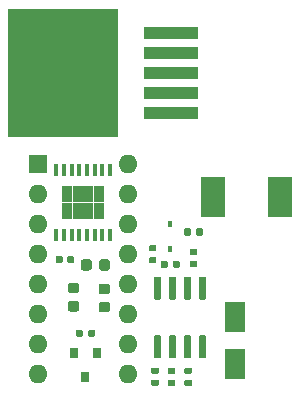
<source format=gbr>
%TF.GenerationSoftware,KiCad,Pcbnew,5.1.5+dfsg1-2build2*%
%TF.CreationDate,2022-09-06T14:28:28-04:00*%
%TF.ProjectId,salt_replacement,73616c74-5f72-4657-906c-6163656d656e,1.1.0*%
%TF.SameCoordinates,Original*%
%TF.FileFunction,Soldermask,Top*%
%TF.FilePolarity,Negative*%
%FSLAX46Y46*%
G04 Gerber Fmt 4.6, Leading zero omitted, Abs format (unit mm)*
G04 Created by KiCad (PCBNEW 5.1.5+dfsg1-2build2) date 2022-09-06 14:28:28*
%MOMM*%
%LPD*%
G04 APERTURE LIST*
%ADD10R,1.600000X1.600000*%
%ADD11O,1.600000X1.600000*%
%ADD12R,2.000000X3.400000*%
%ADD13R,0.800000X0.900000*%
%ADD14R,4.600000X1.100000*%
%ADD15R,9.400000X10.800000*%
%ADD16R,0.450000X1.050000*%
%ADD17R,0.895000X1.470000*%
%ADD18C,0.100000*%
%ADD19R,1.800000X2.500000*%
%ADD20R,0.450000X0.600000*%
G04 APERTURE END LIST*
D10*
%TO.C,J1*%
X111600000Y-111600000D03*
D11*
X119220000Y-129380000D03*
X111600000Y-114140000D03*
X119220000Y-126840000D03*
X111600000Y-116680000D03*
X119220000Y-124300000D03*
X111600000Y-119220000D03*
X119220000Y-121760000D03*
X111600000Y-121760000D03*
X119220000Y-119220000D03*
X111600000Y-124300000D03*
X119220000Y-116680000D03*
X111600000Y-126840000D03*
X119220000Y-114140000D03*
X111600000Y-129380000D03*
X119220000Y-111600000D03*
%TD*%
D12*
%TO.C,L1*%
X126400000Y-114420000D03*
X132100000Y-114420000D03*
%TD*%
D13*
%TO.C,Q1*%
X116550000Y-127600000D03*
X114650000Y-127600000D03*
X115600000Y-129600000D03*
%TD*%
D14*
%TO.C,U1*%
X122825000Y-107320000D03*
X122825000Y-105620000D03*
X122825000Y-103920000D03*
X122825000Y-102220000D03*
X122825000Y-100520000D03*
D15*
X113675000Y-103920000D03*
%TD*%
D16*
%TO.C,U2*%
X113125000Y-117625000D03*
X113775000Y-117625000D03*
X114425000Y-117625000D03*
X115075000Y-117625000D03*
X115725000Y-117625000D03*
X116375000Y-117625000D03*
X117025000Y-117625000D03*
X117675000Y-117625000D03*
X117675000Y-112075000D03*
X117025000Y-112075000D03*
X116375000Y-112075000D03*
X115725000Y-112075000D03*
X115075000Y-112075000D03*
X114425000Y-112075000D03*
X113775000Y-112075000D03*
X113125000Y-112075000D03*
D17*
X116742500Y-114115000D03*
X115847500Y-114115000D03*
X114952500Y-114115000D03*
X114057500Y-114115000D03*
X116742500Y-115585000D03*
X115847500Y-115585000D03*
X114952500Y-115585000D03*
X114057500Y-115585000D03*
%TD*%
D18*
%TO.C,C6*%
G36*
X113543722Y-119390674D02*
G01*
X113557313Y-119392690D01*
X113570640Y-119396028D01*
X113583576Y-119400657D01*
X113595996Y-119406531D01*
X113607780Y-119413594D01*
X113618815Y-119421779D01*
X113628995Y-119431005D01*
X113638221Y-119441185D01*
X113646406Y-119452220D01*
X113653469Y-119464004D01*
X113659343Y-119476424D01*
X113663972Y-119489360D01*
X113667310Y-119502687D01*
X113669326Y-119516278D01*
X113670000Y-119530000D01*
X113670000Y-119870000D01*
X113669326Y-119883722D01*
X113667310Y-119897313D01*
X113663972Y-119910640D01*
X113659343Y-119923576D01*
X113653469Y-119935996D01*
X113646406Y-119947780D01*
X113638221Y-119958815D01*
X113628995Y-119968995D01*
X113618815Y-119978221D01*
X113607780Y-119986406D01*
X113595996Y-119993469D01*
X113583576Y-119999343D01*
X113570640Y-120003972D01*
X113557313Y-120007310D01*
X113543722Y-120009326D01*
X113530000Y-120010000D01*
X113250000Y-120010000D01*
X113236278Y-120009326D01*
X113222687Y-120007310D01*
X113209360Y-120003972D01*
X113196424Y-119999343D01*
X113184004Y-119993469D01*
X113172220Y-119986406D01*
X113161185Y-119978221D01*
X113151005Y-119968995D01*
X113141779Y-119958815D01*
X113133594Y-119947780D01*
X113126531Y-119935996D01*
X113120657Y-119923576D01*
X113116028Y-119910640D01*
X113112690Y-119897313D01*
X113110674Y-119883722D01*
X113110000Y-119870000D01*
X113110000Y-119530000D01*
X113110674Y-119516278D01*
X113112690Y-119502687D01*
X113116028Y-119489360D01*
X113120657Y-119476424D01*
X113126531Y-119464004D01*
X113133594Y-119452220D01*
X113141779Y-119441185D01*
X113151005Y-119431005D01*
X113161185Y-119421779D01*
X113172220Y-119413594D01*
X113184004Y-119406531D01*
X113196424Y-119400657D01*
X113209360Y-119396028D01*
X113222687Y-119392690D01*
X113236278Y-119390674D01*
X113250000Y-119390000D01*
X113530000Y-119390000D01*
X113543722Y-119390674D01*
G37*
G36*
X114503722Y-119390674D02*
G01*
X114517313Y-119392690D01*
X114530640Y-119396028D01*
X114543576Y-119400657D01*
X114555996Y-119406531D01*
X114567780Y-119413594D01*
X114578815Y-119421779D01*
X114588995Y-119431005D01*
X114598221Y-119441185D01*
X114606406Y-119452220D01*
X114613469Y-119464004D01*
X114619343Y-119476424D01*
X114623972Y-119489360D01*
X114627310Y-119502687D01*
X114629326Y-119516278D01*
X114630000Y-119530000D01*
X114630000Y-119870000D01*
X114629326Y-119883722D01*
X114627310Y-119897313D01*
X114623972Y-119910640D01*
X114619343Y-119923576D01*
X114613469Y-119935996D01*
X114606406Y-119947780D01*
X114598221Y-119958815D01*
X114588995Y-119968995D01*
X114578815Y-119978221D01*
X114567780Y-119986406D01*
X114555996Y-119993469D01*
X114543576Y-119999343D01*
X114530640Y-120003972D01*
X114517313Y-120007310D01*
X114503722Y-120009326D01*
X114490000Y-120010000D01*
X114210000Y-120010000D01*
X114196278Y-120009326D01*
X114182687Y-120007310D01*
X114169360Y-120003972D01*
X114156424Y-119999343D01*
X114144004Y-119993469D01*
X114132220Y-119986406D01*
X114121185Y-119978221D01*
X114111005Y-119968995D01*
X114101779Y-119958815D01*
X114093594Y-119947780D01*
X114086531Y-119935996D01*
X114080657Y-119923576D01*
X114076028Y-119910640D01*
X114072690Y-119897313D01*
X114070674Y-119883722D01*
X114070000Y-119870000D01*
X114070000Y-119530000D01*
X114070674Y-119516278D01*
X114072690Y-119502687D01*
X114076028Y-119489360D01*
X114080657Y-119476424D01*
X114086531Y-119464004D01*
X114093594Y-119452220D01*
X114101779Y-119441185D01*
X114111005Y-119431005D01*
X114121185Y-119421779D01*
X114132220Y-119413594D01*
X114144004Y-119406531D01*
X114156424Y-119400657D01*
X114169360Y-119396028D01*
X114182687Y-119392690D01*
X114196278Y-119390674D01*
X114210000Y-119390000D01*
X114490000Y-119390000D01*
X114503722Y-119390674D01*
G37*
%TD*%
%TO.C,C7*%
G36*
X117472054Y-119676083D02*
G01*
X117493895Y-119679323D01*
X117515314Y-119684688D01*
X117536104Y-119692127D01*
X117556064Y-119701568D01*
X117575003Y-119712919D01*
X117592738Y-119726073D01*
X117609099Y-119740901D01*
X117623927Y-119757262D01*
X117637081Y-119774997D01*
X117648432Y-119793936D01*
X117657873Y-119813896D01*
X117665312Y-119834686D01*
X117670677Y-119856105D01*
X117673917Y-119877946D01*
X117675000Y-119900000D01*
X117675000Y-120400000D01*
X117673917Y-120422054D01*
X117670677Y-120443895D01*
X117665312Y-120465314D01*
X117657873Y-120486104D01*
X117648432Y-120506064D01*
X117637081Y-120525003D01*
X117623927Y-120542738D01*
X117609099Y-120559099D01*
X117592738Y-120573927D01*
X117575003Y-120587081D01*
X117556064Y-120598432D01*
X117536104Y-120607873D01*
X117515314Y-120615312D01*
X117493895Y-120620677D01*
X117472054Y-120623917D01*
X117450000Y-120625000D01*
X117000000Y-120625000D01*
X116977946Y-120623917D01*
X116956105Y-120620677D01*
X116934686Y-120615312D01*
X116913896Y-120607873D01*
X116893936Y-120598432D01*
X116874997Y-120587081D01*
X116857262Y-120573927D01*
X116840901Y-120559099D01*
X116826073Y-120542738D01*
X116812919Y-120525003D01*
X116801568Y-120506064D01*
X116792127Y-120486104D01*
X116784688Y-120465314D01*
X116779323Y-120443895D01*
X116776083Y-120422054D01*
X116775000Y-120400000D01*
X116775000Y-119900000D01*
X116776083Y-119877946D01*
X116779323Y-119856105D01*
X116784688Y-119834686D01*
X116792127Y-119813896D01*
X116801568Y-119793936D01*
X116812919Y-119774997D01*
X116826073Y-119757262D01*
X116840901Y-119740901D01*
X116857262Y-119726073D01*
X116874997Y-119712919D01*
X116893936Y-119701568D01*
X116913896Y-119692127D01*
X116934686Y-119684688D01*
X116956105Y-119679323D01*
X116977946Y-119676083D01*
X117000000Y-119675000D01*
X117450000Y-119675000D01*
X117472054Y-119676083D01*
G37*
G36*
X115922054Y-119676083D02*
G01*
X115943895Y-119679323D01*
X115965314Y-119684688D01*
X115986104Y-119692127D01*
X116006064Y-119701568D01*
X116025003Y-119712919D01*
X116042738Y-119726073D01*
X116059099Y-119740901D01*
X116073927Y-119757262D01*
X116087081Y-119774997D01*
X116098432Y-119793936D01*
X116107873Y-119813896D01*
X116115312Y-119834686D01*
X116120677Y-119856105D01*
X116123917Y-119877946D01*
X116125000Y-119900000D01*
X116125000Y-120400000D01*
X116123917Y-120422054D01*
X116120677Y-120443895D01*
X116115312Y-120465314D01*
X116107873Y-120486104D01*
X116098432Y-120506064D01*
X116087081Y-120525003D01*
X116073927Y-120542738D01*
X116059099Y-120559099D01*
X116042738Y-120573927D01*
X116025003Y-120587081D01*
X116006064Y-120598432D01*
X115986104Y-120607873D01*
X115965314Y-120615312D01*
X115943895Y-120620677D01*
X115922054Y-120623917D01*
X115900000Y-120625000D01*
X115450000Y-120625000D01*
X115427946Y-120623917D01*
X115406105Y-120620677D01*
X115384686Y-120615312D01*
X115363896Y-120607873D01*
X115343936Y-120598432D01*
X115324997Y-120587081D01*
X115307262Y-120573927D01*
X115290901Y-120559099D01*
X115276073Y-120542738D01*
X115262919Y-120525003D01*
X115251568Y-120506064D01*
X115242127Y-120486104D01*
X115234688Y-120465314D01*
X115229323Y-120443895D01*
X115226083Y-120422054D01*
X115225000Y-120400000D01*
X115225000Y-119900000D01*
X115226083Y-119877946D01*
X115229323Y-119856105D01*
X115234688Y-119834686D01*
X115242127Y-119813896D01*
X115251568Y-119793936D01*
X115262919Y-119774997D01*
X115276073Y-119757262D01*
X115290901Y-119740901D01*
X115307262Y-119726073D01*
X115324997Y-119712919D01*
X115343936Y-119701568D01*
X115363896Y-119692127D01*
X115384686Y-119684688D01*
X115406105Y-119679323D01*
X115427946Y-119676083D01*
X115450000Y-119675000D01*
X115900000Y-119675000D01*
X115922054Y-119676083D01*
G37*
%TD*%
%TO.C,C8*%
G36*
X114872054Y-123201083D02*
G01*
X114893895Y-123204323D01*
X114915314Y-123209688D01*
X114936104Y-123217127D01*
X114956064Y-123226568D01*
X114975003Y-123237919D01*
X114992738Y-123251073D01*
X115009099Y-123265901D01*
X115023927Y-123282262D01*
X115037081Y-123299997D01*
X115048432Y-123318936D01*
X115057873Y-123338896D01*
X115065312Y-123359686D01*
X115070677Y-123381105D01*
X115073917Y-123402946D01*
X115075000Y-123425000D01*
X115075000Y-123875000D01*
X115073917Y-123897054D01*
X115070677Y-123918895D01*
X115065312Y-123940314D01*
X115057873Y-123961104D01*
X115048432Y-123981064D01*
X115037081Y-124000003D01*
X115023927Y-124017738D01*
X115009099Y-124034099D01*
X114992738Y-124048927D01*
X114975003Y-124062081D01*
X114956064Y-124073432D01*
X114936104Y-124082873D01*
X114915314Y-124090312D01*
X114893895Y-124095677D01*
X114872054Y-124098917D01*
X114850000Y-124100000D01*
X114350000Y-124100000D01*
X114327946Y-124098917D01*
X114306105Y-124095677D01*
X114284686Y-124090312D01*
X114263896Y-124082873D01*
X114243936Y-124073432D01*
X114224997Y-124062081D01*
X114207262Y-124048927D01*
X114190901Y-124034099D01*
X114176073Y-124017738D01*
X114162919Y-124000003D01*
X114151568Y-123981064D01*
X114142127Y-123961104D01*
X114134688Y-123940314D01*
X114129323Y-123918895D01*
X114126083Y-123897054D01*
X114125000Y-123875000D01*
X114125000Y-123425000D01*
X114126083Y-123402946D01*
X114129323Y-123381105D01*
X114134688Y-123359686D01*
X114142127Y-123338896D01*
X114151568Y-123318936D01*
X114162919Y-123299997D01*
X114176073Y-123282262D01*
X114190901Y-123265901D01*
X114207262Y-123251073D01*
X114224997Y-123237919D01*
X114243936Y-123226568D01*
X114263896Y-123217127D01*
X114284686Y-123209688D01*
X114306105Y-123204323D01*
X114327946Y-123201083D01*
X114350000Y-123200000D01*
X114850000Y-123200000D01*
X114872054Y-123201083D01*
G37*
G36*
X114872054Y-121651083D02*
G01*
X114893895Y-121654323D01*
X114915314Y-121659688D01*
X114936104Y-121667127D01*
X114956064Y-121676568D01*
X114975003Y-121687919D01*
X114992738Y-121701073D01*
X115009099Y-121715901D01*
X115023927Y-121732262D01*
X115037081Y-121749997D01*
X115048432Y-121768936D01*
X115057873Y-121788896D01*
X115065312Y-121809686D01*
X115070677Y-121831105D01*
X115073917Y-121852946D01*
X115075000Y-121875000D01*
X115075000Y-122325000D01*
X115073917Y-122347054D01*
X115070677Y-122368895D01*
X115065312Y-122390314D01*
X115057873Y-122411104D01*
X115048432Y-122431064D01*
X115037081Y-122450003D01*
X115023927Y-122467738D01*
X115009099Y-122484099D01*
X114992738Y-122498927D01*
X114975003Y-122512081D01*
X114956064Y-122523432D01*
X114936104Y-122532873D01*
X114915314Y-122540312D01*
X114893895Y-122545677D01*
X114872054Y-122548917D01*
X114850000Y-122550000D01*
X114350000Y-122550000D01*
X114327946Y-122548917D01*
X114306105Y-122545677D01*
X114284686Y-122540312D01*
X114263896Y-122532873D01*
X114243936Y-122523432D01*
X114224997Y-122512081D01*
X114207262Y-122498927D01*
X114190901Y-122484099D01*
X114176073Y-122467738D01*
X114162919Y-122450003D01*
X114151568Y-122431064D01*
X114142127Y-122411104D01*
X114134688Y-122390314D01*
X114129323Y-122368895D01*
X114126083Y-122347054D01*
X114125000Y-122325000D01*
X114125000Y-121875000D01*
X114126083Y-121852946D01*
X114129323Y-121831105D01*
X114134688Y-121809686D01*
X114142127Y-121788896D01*
X114151568Y-121768936D01*
X114162919Y-121749997D01*
X114176073Y-121732262D01*
X114190901Y-121715901D01*
X114207262Y-121701073D01*
X114224997Y-121687919D01*
X114243936Y-121676568D01*
X114263896Y-121667127D01*
X114284686Y-121659688D01*
X114306105Y-121654323D01*
X114327946Y-121651083D01*
X114350000Y-121650000D01*
X114850000Y-121650000D01*
X114872054Y-121651083D01*
G37*
%TD*%
%TO.C,C9*%
G36*
X117472054Y-123276083D02*
G01*
X117493895Y-123279323D01*
X117515314Y-123284688D01*
X117536104Y-123292127D01*
X117556064Y-123301568D01*
X117575003Y-123312919D01*
X117592738Y-123326073D01*
X117609099Y-123340901D01*
X117623927Y-123357262D01*
X117637081Y-123374997D01*
X117648432Y-123393936D01*
X117657873Y-123413896D01*
X117665312Y-123434686D01*
X117670677Y-123456105D01*
X117673917Y-123477946D01*
X117675000Y-123500000D01*
X117675000Y-123950000D01*
X117673917Y-123972054D01*
X117670677Y-123993895D01*
X117665312Y-124015314D01*
X117657873Y-124036104D01*
X117648432Y-124056064D01*
X117637081Y-124075003D01*
X117623927Y-124092738D01*
X117609099Y-124109099D01*
X117592738Y-124123927D01*
X117575003Y-124137081D01*
X117556064Y-124148432D01*
X117536104Y-124157873D01*
X117515314Y-124165312D01*
X117493895Y-124170677D01*
X117472054Y-124173917D01*
X117450000Y-124175000D01*
X116950000Y-124175000D01*
X116927946Y-124173917D01*
X116906105Y-124170677D01*
X116884686Y-124165312D01*
X116863896Y-124157873D01*
X116843936Y-124148432D01*
X116824997Y-124137081D01*
X116807262Y-124123927D01*
X116790901Y-124109099D01*
X116776073Y-124092738D01*
X116762919Y-124075003D01*
X116751568Y-124056064D01*
X116742127Y-124036104D01*
X116734688Y-124015314D01*
X116729323Y-123993895D01*
X116726083Y-123972054D01*
X116725000Y-123950000D01*
X116725000Y-123500000D01*
X116726083Y-123477946D01*
X116729323Y-123456105D01*
X116734688Y-123434686D01*
X116742127Y-123413896D01*
X116751568Y-123393936D01*
X116762919Y-123374997D01*
X116776073Y-123357262D01*
X116790901Y-123340901D01*
X116807262Y-123326073D01*
X116824997Y-123312919D01*
X116843936Y-123301568D01*
X116863896Y-123292127D01*
X116884686Y-123284688D01*
X116906105Y-123279323D01*
X116927946Y-123276083D01*
X116950000Y-123275000D01*
X117450000Y-123275000D01*
X117472054Y-123276083D01*
G37*
G36*
X117472054Y-121726083D02*
G01*
X117493895Y-121729323D01*
X117515314Y-121734688D01*
X117536104Y-121742127D01*
X117556064Y-121751568D01*
X117575003Y-121762919D01*
X117592738Y-121776073D01*
X117609099Y-121790901D01*
X117623927Y-121807262D01*
X117637081Y-121824997D01*
X117648432Y-121843936D01*
X117657873Y-121863896D01*
X117665312Y-121884686D01*
X117670677Y-121906105D01*
X117673917Y-121927946D01*
X117675000Y-121950000D01*
X117675000Y-122400000D01*
X117673917Y-122422054D01*
X117670677Y-122443895D01*
X117665312Y-122465314D01*
X117657873Y-122486104D01*
X117648432Y-122506064D01*
X117637081Y-122525003D01*
X117623927Y-122542738D01*
X117609099Y-122559099D01*
X117592738Y-122573927D01*
X117575003Y-122587081D01*
X117556064Y-122598432D01*
X117536104Y-122607873D01*
X117515314Y-122615312D01*
X117493895Y-122620677D01*
X117472054Y-122623917D01*
X117450000Y-122625000D01*
X116950000Y-122625000D01*
X116927946Y-122623917D01*
X116906105Y-122620677D01*
X116884686Y-122615312D01*
X116863896Y-122607873D01*
X116843936Y-122598432D01*
X116824997Y-122587081D01*
X116807262Y-122573927D01*
X116790901Y-122559099D01*
X116776073Y-122542738D01*
X116762919Y-122525003D01*
X116751568Y-122506064D01*
X116742127Y-122486104D01*
X116734688Y-122465314D01*
X116729323Y-122443895D01*
X116726083Y-122422054D01*
X116725000Y-122400000D01*
X116725000Y-121950000D01*
X116726083Y-121927946D01*
X116729323Y-121906105D01*
X116734688Y-121884686D01*
X116742127Y-121863896D01*
X116751568Y-121843936D01*
X116762919Y-121824997D01*
X116776073Y-121807262D01*
X116790901Y-121790901D01*
X116807262Y-121776073D01*
X116824997Y-121762919D01*
X116843936Y-121751568D01*
X116863896Y-121742127D01*
X116884686Y-121734688D01*
X116906105Y-121729323D01*
X116927946Y-121726083D01*
X116950000Y-121725000D01*
X117450000Y-121725000D01*
X117472054Y-121726083D01*
G37*
%TD*%
%TO.C,R2*%
G36*
X116268232Y-125630650D02*
G01*
X116281337Y-125632594D01*
X116294188Y-125635813D01*
X116306662Y-125640276D01*
X116318639Y-125645941D01*
X116330002Y-125652752D01*
X116340643Y-125660644D01*
X116350459Y-125669541D01*
X116359356Y-125679357D01*
X116367248Y-125689998D01*
X116374059Y-125701361D01*
X116379724Y-125713338D01*
X116384187Y-125725812D01*
X116387406Y-125738663D01*
X116389350Y-125751768D01*
X116390000Y-125765000D01*
X116390000Y-126135000D01*
X116389350Y-126148232D01*
X116387406Y-126161337D01*
X116384187Y-126174188D01*
X116379724Y-126186662D01*
X116374059Y-126198639D01*
X116367248Y-126210002D01*
X116359356Y-126220643D01*
X116350459Y-126230459D01*
X116340643Y-126239356D01*
X116330002Y-126247248D01*
X116318639Y-126254059D01*
X116306662Y-126259724D01*
X116294188Y-126264187D01*
X116281337Y-126267406D01*
X116268232Y-126269350D01*
X116255000Y-126270000D01*
X115985000Y-126270000D01*
X115971768Y-126269350D01*
X115958663Y-126267406D01*
X115945812Y-126264187D01*
X115933338Y-126259724D01*
X115921361Y-126254059D01*
X115909998Y-126247248D01*
X115899357Y-126239356D01*
X115889541Y-126230459D01*
X115880644Y-126220643D01*
X115872752Y-126210002D01*
X115865941Y-126198639D01*
X115860276Y-126186662D01*
X115855813Y-126174188D01*
X115852594Y-126161337D01*
X115850650Y-126148232D01*
X115850000Y-126135000D01*
X115850000Y-125765000D01*
X115850650Y-125751768D01*
X115852594Y-125738663D01*
X115855813Y-125725812D01*
X115860276Y-125713338D01*
X115865941Y-125701361D01*
X115872752Y-125689998D01*
X115880644Y-125679357D01*
X115889541Y-125669541D01*
X115899357Y-125660644D01*
X115909998Y-125652752D01*
X115921361Y-125645941D01*
X115933338Y-125640276D01*
X115945812Y-125635813D01*
X115958663Y-125632594D01*
X115971768Y-125630650D01*
X115985000Y-125630000D01*
X116255000Y-125630000D01*
X116268232Y-125630650D01*
G37*
G36*
X115248232Y-125630650D02*
G01*
X115261337Y-125632594D01*
X115274188Y-125635813D01*
X115286662Y-125640276D01*
X115298639Y-125645941D01*
X115310002Y-125652752D01*
X115320643Y-125660644D01*
X115330459Y-125669541D01*
X115339356Y-125679357D01*
X115347248Y-125689998D01*
X115354059Y-125701361D01*
X115359724Y-125713338D01*
X115364187Y-125725812D01*
X115367406Y-125738663D01*
X115369350Y-125751768D01*
X115370000Y-125765000D01*
X115370000Y-126135000D01*
X115369350Y-126148232D01*
X115367406Y-126161337D01*
X115364187Y-126174188D01*
X115359724Y-126186662D01*
X115354059Y-126198639D01*
X115347248Y-126210002D01*
X115339356Y-126220643D01*
X115330459Y-126230459D01*
X115320643Y-126239356D01*
X115310002Y-126247248D01*
X115298639Y-126254059D01*
X115286662Y-126259724D01*
X115274188Y-126264187D01*
X115261337Y-126267406D01*
X115248232Y-126269350D01*
X115235000Y-126270000D01*
X114965000Y-126270000D01*
X114951768Y-126269350D01*
X114938663Y-126267406D01*
X114925812Y-126264187D01*
X114913338Y-126259724D01*
X114901361Y-126254059D01*
X114889998Y-126247248D01*
X114879357Y-126239356D01*
X114869541Y-126230459D01*
X114860644Y-126220643D01*
X114852752Y-126210002D01*
X114845941Y-126198639D01*
X114840276Y-126186662D01*
X114835813Y-126174188D01*
X114832594Y-126161337D01*
X114830650Y-126148232D01*
X114830000Y-126135000D01*
X114830000Y-125765000D01*
X114830650Y-125751768D01*
X114832594Y-125738663D01*
X114835813Y-125725812D01*
X114840276Y-125713338D01*
X114845941Y-125701361D01*
X114852752Y-125689998D01*
X114860644Y-125679357D01*
X114869541Y-125669541D01*
X114879357Y-125660644D01*
X114889998Y-125652752D01*
X114901361Y-125645941D01*
X114913338Y-125640276D01*
X114925812Y-125635813D01*
X114938663Y-125632594D01*
X114951768Y-125630650D01*
X114965000Y-125630000D01*
X115235000Y-125630000D01*
X115248232Y-125630650D01*
G37*
%TD*%
%TO.C,R1*%
G36*
X124388232Y-117030650D02*
G01*
X124401337Y-117032594D01*
X124414188Y-117035813D01*
X124426662Y-117040276D01*
X124438639Y-117045941D01*
X124450002Y-117052752D01*
X124460643Y-117060644D01*
X124470459Y-117069541D01*
X124479356Y-117079357D01*
X124487248Y-117089998D01*
X124494059Y-117101361D01*
X124499724Y-117113338D01*
X124504187Y-117125812D01*
X124507406Y-117138663D01*
X124509350Y-117151768D01*
X124510000Y-117165000D01*
X124510000Y-117535000D01*
X124509350Y-117548232D01*
X124507406Y-117561337D01*
X124504187Y-117574188D01*
X124499724Y-117586662D01*
X124494059Y-117598639D01*
X124487248Y-117610002D01*
X124479356Y-117620643D01*
X124470459Y-117630459D01*
X124460643Y-117639356D01*
X124450002Y-117647248D01*
X124438639Y-117654059D01*
X124426662Y-117659724D01*
X124414188Y-117664187D01*
X124401337Y-117667406D01*
X124388232Y-117669350D01*
X124375000Y-117670000D01*
X124105000Y-117670000D01*
X124091768Y-117669350D01*
X124078663Y-117667406D01*
X124065812Y-117664187D01*
X124053338Y-117659724D01*
X124041361Y-117654059D01*
X124029998Y-117647248D01*
X124019357Y-117639356D01*
X124009541Y-117630459D01*
X124000644Y-117620643D01*
X123992752Y-117610002D01*
X123985941Y-117598639D01*
X123980276Y-117586662D01*
X123975813Y-117574188D01*
X123972594Y-117561337D01*
X123970650Y-117548232D01*
X123970000Y-117535000D01*
X123970000Y-117165000D01*
X123970650Y-117151768D01*
X123972594Y-117138663D01*
X123975813Y-117125812D01*
X123980276Y-117113338D01*
X123985941Y-117101361D01*
X123992752Y-117089998D01*
X124000644Y-117079357D01*
X124009541Y-117069541D01*
X124019357Y-117060644D01*
X124029998Y-117052752D01*
X124041361Y-117045941D01*
X124053338Y-117040276D01*
X124065812Y-117035813D01*
X124078663Y-117032594D01*
X124091768Y-117030650D01*
X124105000Y-117030000D01*
X124375000Y-117030000D01*
X124388232Y-117030650D01*
G37*
G36*
X125408232Y-117030650D02*
G01*
X125421337Y-117032594D01*
X125434188Y-117035813D01*
X125446662Y-117040276D01*
X125458639Y-117045941D01*
X125470002Y-117052752D01*
X125480643Y-117060644D01*
X125490459Y-117069541D01*
X125499356Y-117079357D01*
X125507248Y-117089998D01*
X125514059Y-117101361D01*
X125519724Y-117113338D01*
X125524187Y-117125812D01*
X125527406Y-117138663D01*
X125529350Y-117151768D01*
X125530000Y-117165000D01*
X125530000Y-117535000D01*
X125529350Y-117548232D01*
X125527406Y-117561337D01*
X125524187Y-117574188D01*
X125519724Y-117586662D01*
X125514059Y-117598639D01*
X125507248Y-117610002D01*
X125499356Y-117620643D01*
X125490459Y-117630459D01*
X125480643Y-117639356D01*
X125470002Y-117647248D01*
X125458639Y-117654059D01*
X125446662Y-117659724D01*
X125434188Y-117664187D01*
X125421337Y-117667406D01*
X125408232Y-117669350D01*
X125395000Y-117670000D01*
X125125000Y-117670000D01*
X125111768Y-117669350D01*
X125098663Y-117667406D01*
X125085812Y-117664187D01*
X125073338Y-117659724D01*
X125061361Y-117654059D01*
X125049998Y-117647248D01*
X125039357Y-117639356D01*
X125029541Y-117630459D01*
X125020644Y-117620643D01*
X125012752Y-117610002D01*
X125005941Y-117598639D01*
X125000276Y-117586662D01*
X124995813Y-117574188D01*
X124992594Y-117561337D01*
X124990650Y-117548232D01*
X124990000Y-117535000D01*
X124990000Y-117165000D01*
X124990650Y-117151768D01*
X124992594Y-117138663D01*
X124995813Y-117125812D01*
X125000276Y-117113338D01*
X125005941Y-117101361D01*
X125012752Y-117089998D01*
X125020644Y-117079357D01*
X125029541Y-117069541D01*
X125039357Y-117060644D01*
X125049998Y-117052752D01*
X125061361Y-117045941D01*
X125073338Y-117040276D01*
X125085812Y-117035813D01*
X125098663Y-117032594D01*
X125111768Y-117030650D01*
X125125000Y-117030000D01*
X125395000Y-117030000D01*
X125408232Y-117030650D01*
G37*
%TD*%
%TO.C,R3*%
G36*
X124498232Y-128840650D02*
G01*
X124511337Y-128842594D01*
X124524188Y-128845813D01*
X124536662Y-128850276D01*
X124548639Y-128855941D01*
X124560002Y-128862752D01*
X124570643Y-128870644D01*
X124580459Y-128879541D01*
X124589356Y-128889357D01*
X124597248Y-128899998D01*
X124604059Y-128911361D01*
X124609724Y-128923338D01*
X124614187Y-128935812D01*
X124617406Y-128948663D01*
X124619350Y-128961768D01*
X124620000Y-128975000D01*
X124620000Y-129245000D01*
X124619350Y-129258232D01*
X124617406Y-129271337D01*
X124614187Y-129284188D01*
X124609724Y-129296662D01*
X124604059Y-129308639D01*
X124597248Y-129320002D01*
X124589356Y-129330643D01*
X124580459Y-129340459D01*
X124570643Y-129349356D01*
X124560002Y-129357248D01*
X124548639Y-129364059D01*
X124536662Y-129369724D01*
X124524188Y-129374187D01*
X124511337Y-129377406D01*
X124498232Y-129379350D01*
X124485000Y-129380000D01*
X124115000Y-129380000D01*
X124101768Y-129379350D01*
X124088663Y-129377406D01*
X124075812Y-129374187D01*
X124063338Y-129369724D01*
X124051361Y-129364059D01*
X124039998Y-129357248D01*
X124029357Y-129349356D01*
X124019541Y-129340459D01*
X124010644Y-129330643D01*
X124002752Y-129320002D01*
X123995941Y-129308639D01*
X123990276Y-129296662D01*
X123985813Y-129284188D01*
X123982594Y-129271337D01*
X123980650Y-129258232D01*
X123980000Y-129245000D01*
X123980000Y-128975000D01*
X123980650Y-128961768D01*
X123982594Y-128948663D01*
X123985813Y-128935812D01*
X123990276Y-128923338D01*
X123995941Y-128911361D01*
X124002752Y-128899998D01*
X124010644Y-128889357D01*
X124019541Y-128879541D01*
X124029357Y-128870644D01*
X124039998Y-128862752D01*
X124051361Y-128855941D01*
X124063338Y-128850276D01*
X124075812Y-128845813D01*
X124088663Y-128842594D01*
X124101768Y-128840650D01*
X124115000Y-128840000D01*
X124485000Y-128840000D01*
X124498232Y-128840650D01*
G37*
G36*
X124498232Y-129860650D02*
G01*
X124511337Y-129862594D01*
X124524188Y-129865813D01*
X124536662Y-129870276D01*
X124548639Y-129875941D01*
X124560002Y-129882752D01*
X124570643Y-129890644D01*
X124580459Y-129899541D01*
X124589356Y-129909357D01*
X124597248Y-129919998D01*
X124604059Y-129931361D01*
X124609724Y-129943338D01*
X124614187Y-129955812D01*
X124617406Y-129968663D01*
X124619350Y-129981768D01*
X124620000Y-129995000D01*
X124620000Y-130265000D01*
X124619350Y-130278232D01*
X124617406Y-130291337D01*
X124614187Y-130304188D01*
X124609724Y-130316662D01*
X124604059Y-130328639D01*
X124597248Y-130340002D01*
X124589356Y-130350643D01*
X124580459Y-130360459D01*
X124570643Y-130369356D01*
X124560002Y-130377248D01*
X124548639Y-130384059D01*
X124536662Y-130389724D01*
X124524188Y-130394187D01*
X124511337Y-130397406D01*
X124498232Y-130399350D01*
X124485000Y-130400000D01*
X124115000Y-130400000D01*
X124101768Y-130399350D01*
X124088663Y-130397406D01*
X124075812Y-130394187D01*
X124063338Y-130389724D01*
X124051361Y-130384059D01*
X124039998Y-130377248D01*
X124029357Y-130369356D01*
X124019541Y-130360459D01*
X124010644Y-130350643D01*
X124002752Y-130340002D01*
X123995941Y-130328639D01*
X123990276Y-130316662D01*
X123985813Y-130304188D01*
X123982594Y-130291337D01*
X123980650Y-130278232D01*
X123980000Y-130265000D01*
X123980000Y-129995000D01*
X123980650Y-129981768D01*
X123982594Y-129968663D01*
X123985813Y-129955812D01*
X123990276Y-129943338D01*
X123995941Y-129931361D01*
X124002752Y-129919998D01*
X124010644Y-129909357D01*
X124019541Y-129899541D01*
X124029357Y-129890644D01*
X124039998Y-129882752D01*
X124051361Y-129875941D01*
X124063338Y-129870276D01*
X124075812Y-129865813D01*
X124088663Y-129862594D01*
X124101768Y-129860650D01*
X124115000Y-129860000D01*
X124485000Y-129860000D01*
X124498232Y-129860650D01*
G37*
%TD*%
%TO.C,R4*%
G36*
X124948232Y-119790650D02*
G01*
X124961337Y-119792594D01*
X124974188Y-119795813D01*
X124986662Y-119800276D01*
X124998639Y-119805941D01*
X125010002Y-119812752D01*
X125020643Y-119820644D01*
X125030459Y-119829541D01*
X125039356Y-119839357D01*
X125047248Y-119849998D01*
X125054059Y-119861361D01*
X125059724Y-119873338D01*
X125064187Y-119885812D01*
X125067406Y-119898663D01*
X125069350Y-119911768D01*
X125070000Y-119925000D01*
X125070000Y-120195000D01*
X125069350Y-120208232D01*
X125067406Y-120221337D01*
X125064187Y-120234188D01*
X125059724Y-120246662D01*
X125054059Y-120258639D01*
X125047248Y-120270002D01*
X125039356Y-120280643D01*
X125030459Y-120290459D01*
X125020643Y-120299356D01*
X125010002Y-120307248D01*
X124998639Y-120314059D01*
X124986662Y-120319724D01*
X124974188Y-120324187D01*
X124961337Y-120327406D01*
X124948232Y-120329350D01*
X124935000Y-120330000D01*
X124565000Y-120330000D01*
X124551768Y-120329350D01*
X124538663Y-120327406D01*
X124525812Y-120324187D01*
X124513338Y-120319724D01*
X124501361Y-120314059D01*
X124489998Y-120307248D01*
X124479357Y-120299356D01*
X124469541Y-120290459D01*
X124460644Y-120280643D01*
X124452752Y-120270002D01*
X124445941Y-120258639D01*
X124440276Y-120246662D01*
X124435813Y-120234188D01*
X124432594Y-120221337D01*
X124430650Y-120208232D01*
X124430000Y-120195000D01*
X124430000Y-119925000D01*
X124430650Y-119911768D01*
X124432594Y-119898663D01*
X124435813Y-119885812D01*
X124440276Y-119873338D01*
X124445941Y-119861361D01*
X124452752Y-119849998D01*
X124460644Y-119839357D01*
X124469541Y-119829541D01*
X124479357Y-119820644D01*
X124489998Y-119812752D01*
X124501361Y-119805941D01*
X124513338Y-119800276D01*
X124525812Y-119795813D01*
X124538663Y-119792594D01*
X124551768Y-119790650D01*
X124565000Y-119790000D01*
X124935000Y-119790000D01*
X124948232Y-119790650D01*
G37*
G36*
X124948232Y-118770650D02*
G01*
X124961337Y-118772594D01*
X124974188Y-118775813D01*
X124986662Y-118780276D01*
X124998639Y-118785941D01*
X125010002Y-118792752D01*
X125020643Y-118800644D01*
X125030459Y-118809541D01*
X125039356Y-118819357D01*
X125047248Y-118829998D01*
X125054059Y-118841361D01*
X125059724Y-118853338D01*
X125064187Y-118865812D01*
X125067406Y-118878663D01*
X125069350Y-118891768D01*
X125070000Y-118905000D01*
X125070000Y-119175000D01*
X125069350Y-119188232D01*
X125067406Y-119201337D01*
X125064187Y-119214188D01*
X125059724Y-119226662D01*
X125054059Y-119238639D01*
X125047248Y-119250002D01*
X125039356Y-119260643D01*
X125030459Y-119270459D01*
X125020643Y-119279356D01*
X125010002Y-119287248D01*
X124998639Y-119294059D01*
X124986662Y-119299724D01*
X124974188Y-119304187D01*
X124961337Y-119307406D01*
X124948232Y-119309350D01*
X124935000Y-119310000D01*
X124565000Y-119310000D01*
X124551768Y-119309350D01*
X124538663Y-119307406D01*
X124525812Y-119304187D01*
X124513338Y-119299724D01*
X124501361Y-119294059D01*
X124489998Y-119287248D01*
X124479357Y-119279356D01*
X124469541Y-119270459D01*
X124460644Y-119260643D01*
X124452752Y-119250002D01*
X124445941Y-119238639D01*
X124440276Y-119226662D01*
X124435813Y-119214188D01*
X124432594Y-119201337D01*
X124430650Y-119188232D01*
X124430000Y-119175000D01*
X124430000Y-118905000D01*
X124430650Y-118891768D01*
X124432594Y-118878663D01*
X124435813Y-118865812D01*
X124440276Y-118853338D01*
X124445941Y-118841361D01*
X124452752Y-118829998D01*
X124460644Y-118819357D01*
X124469541Y-118809541D01*
X124479357Y-118800644D01*
X124489998Y-118792752D01*
X124501361Y-118785941D01*
X124513338Y-118780276D01*
X124525812Y-118775813D01*
X124538663Y-118772594D01*
X124551768Y-118770650D01*
X124565000Y-118770000D01*
X124935000Y-118770000D01*
X124948232Y-118770650D01*
G37*
%TD*%
%TO.C,R5*%
G36*
X121498232Y-118470650D02*
G01*
X121511337Y-118472594D01*
X121524188Y-118475813D01*
X121536662Y-118480276D01*
X121548639Y-118485941D01*
X121560002Y-118492752D01*
X121570643Y-118500644D01*
X121580459Y-118509541D01*
X121589356Y-118519357D01*
X121597248Y-118529998D01*
X121604059Y-118541361D01*
X121609724Y-118553338D01*
X121614187Y-118565812D01*
X121617406Y-118578663D01*
X121619350Y-118591768D01*
X121620000Y-118605000D01*
X121620000Y-118875000D01*
X121619350Y-118888232D01*
X121617406Y-118901337D01*
X121614187Y-118914188D01*
X121609724Y-118926662D01*
X121604059Y-118938639D01*
X121597248Y-118950002D01*
X121589356Y-118960643D01*
X121580459Y-118970459D01*
X121570643Y-118979356D01*
X121560002Y-118987248D01*
X121548639Y-118994059D01*
X121536662Y-118999724D01*
X121524188Y-119004187D01*
X121511337Y-119007406D01*
X121498232Y-119009350D01*
X121485000Y-119010000D01*
X121115000Y-119010000D01*
X121101768Y-119009350D01*
X121088663Y-119007406D01*
X121075812Y-119004187D01*
X121063338Y-118999724D01*
X121051361Y-118994059D01*
X121039998Y-118987248D01*
X121029357Y-118979356D01*
X121019541Y-118970459D01*
X121010644Y-118960643D01*
X121002752Y-118950002D01*
X120995941Y-118938639D01*
X120990276Y-118926662D01*
X120985813Y-118914188D01*
X120982594Y-118901337D01*
X120980650Y-118888232D01*
X120980000Y-118875000D01*
X120980000Y-118605000D01*
X120980650Y-118591768D01*
X120982594Y-118578663D01*
X120985813Y-118565812D01*
X120990276Y-118553338D01*
X120995941Y-118541361D01*
X121002752Y-118529998D01*
X121010644Y-118519357D01*
X121019541Y-118509541D01*
X121029357Y-118500644D01*
X121039998Y-118492752D01*
X121051361Y-118485941D01*
X121063338Y-118480276D01*
X121075812Y-118475813D01*
X121088663Y-118472594D01*
X121101768Y-118470650D01*
X121115000Y-118470000D01*
X121485000Y-118470000D01*
X121498232Y-118470650D01*
G37*
G36*
X121498232Y-119490650D02*
G01*
X121511337Y-119492594D01*
X121524188Y-119495813D01*
X121536662Y-119500276D01*
X121548639Y-119505941D01*
X121560002Y-119512752D01*
X121570643Y-119520644D01*
X121580459Y-119529541D01*
X121589356Y-119539357D01*
X121597248Y-119549998D01*
X121604059Y-119561361D01*
X121609724Y-119573338D01*
X121614187Y-119585812D01*
X121617406Y-119598663D01*
X121619350Y-119611768D01*
X121620000Y-119625000D01*
X121620000Y-119895000D01*
X121619350Y-119908232D01*
X121617406Y-119921337D01*
X121614187Y-119934188D01*
X121609724Y-119946662D01*
X121604059Y-119958639D01*
X121597248Y-119970002D01*
X121589356Y-119980643D01*
X121580459Y-119990459D01*
X121570643Y-119999356D01*
X121560002Y-120007248D01*
X121548639Y-120014059D01*
X121536662Y-120019724D01*
X121524188Y-120024187D01*
X121511337Y-120027406D01*
X121498232Y-120029350D01*
X121485000Y-120030000D01*
X121115000Y-120030000D01*
X121101768Y-120029350D01*
X121088663Y-120027406D01*
X121075812Y-120024187D01*
X121063338Y-120019724D01*
X121051361Y-120014059D01*
X121039998Y-120007248D01*
X121029357Y-119999356D01*
X121019541Y-119990459D01*
X121010644Y-119980643D01*
X121002752Y-119970002D01*
X120995941Y-119958639D01*
X120990276Y-119946662D01*
X120985813Y-119934188D01*
X120982594Y-119921337D01*
X120980650Y-119908232D01*
X120980000Y-119895000D01*
X120980000Y-119625000D01*
X120980650Y-119611768D01*
X120982594Y-119598663D01*
X120985813Y-119585812D01*
X120990276Y-119573338D01*
X120995941Y-119561361D01*
X121002752Y-119549998D01*
X121010644Y-119539357D01*
X121019541Y-119529541D01*
X121029357Y-119520644D01*
X121039998Y-119512752D01*
X121051361Y-119505941D01*
X121063338Y-119500276D01*
X121075812Y-119495813D01*
X121088663Y-119492594D01*
X121101768Y-119490650D01*
X121115000Y-119490000D01*
X121485000Y-119490000D01*
X121498232Y-119490650D01*
G37*
%TD*%
%TO.C,R6*%
G36*
X123458232Y-119780650D02*
G01*
X123471337Y-119782594D01*
X123484188Y-119785813D01*
X123496662Y-119790276D01*
X123508639Y-119795941D01*
X123520002Y-119802752D01*
X123530643Y-119810644D01*
X123540459Y-119819541D01*
X123549356Y-119829357D01*
X123557248Y-119839998D01*
X123564059Y-119851361D01*
X123569724Y-119863338D01*
X123574187Y-119875812D01*
X123577406Y-119888663D01*
X123579350Y-119901768D01*
X123580000Y-119915000D01*
X123580000Y-120285000D01*
X123579350Y-120298232D01*
X123577406Y-120311337D01*
X123574187Y-120324188D01*
X123569724Y-120336662D01*
X123564059Y-120348639D01*
X123557248Y-120360002D01*
X123549356Y-120370643D01*
X123540459Y-120380459D01*
X123530643Y-120389356D01*
X123520002Y-120397248D01*
X123508639Y-120404059D01*
X123496662Y-120409724D01*
X123484188Y-120414187D01*
X123471337Y-120417406D01*
X123458232Y-120419350D01*
X123445000Y-120420000D01*
X123175000Y-120420000D01*
X123161768Y-120419350D01*
X123148663Y-120417406D01*
X123135812Y-120414187D01*
X123123338Y-120409724D01*
X123111361Y-120404059D01*
X123099998Y-120397248D01*
X123089357Y-120389356D01*
X123079541Y-120380459D01*
X123070644Y-120370643D01*
X123062752Y-120360002D01*
X123055941Y-120348639D01*
X123050276Y-120336662D01*
X123045813Y-120324188D01*
X123042594Y-120311337D01*
X123040650Y-120298232D01*
X123040000Y-120285000D01*
X123040000Y-119915000D01*
X123040650Y-119901768D01*
X123042594Y-119888663D01*
X123045813Y-119875812D01*
X123050276Y-119863338D01*
X123055941Y-119851361D01*
X123062752Y-119839998D01*
X123070644Y-119829357D01*
X123079541Y-119819541D01*
X123089357Y-119810644D01*
X123099998Y-119802752D01*
X123111361Y-119795941D01*
X123123338Y-119790276D01*
X123135812Y-119785813D01*
X123148663Y-119782594D01*
X123161768Y-119780650D01*
X123175000Y-119780000D01*
X123445000Y-119780000D01*
X123458232Y-119780650D01*
G37*
G36*
X122438232Y-119780650D02*
G01*
X122451337Y-119782594D01*
X122464188Y-119785813D01*
X122476662Y-119790276D01*
X122488639Y-119795941D01*
X122500002Y-119802752D01*
X122510643Y-119810644D01*
X122520459Y-119819541D01*
X122529356Y-119829357D01*
X122537248Y-119839998D01*
X122544059Y-119851361D01*
X122549724Y-119863338D01*
X122554187Y-119875812D01*
X122557406Y-119888663D01*
X122559350Y-119901768D01*
X122560000Y-119915000D01*
X122560000Y-120285000D01*
X122559350Y-120298232D01*
X122557406Y-120311337D01*
X122554187Y-120324188D01*
X122549724Y-120336662D01*
X122544059Y-120348639D01*
X122537248Y-120360002D01*
X122529356Y-120370643D01*
X122520459Y-120380459D01*
X122510643Y-120389356D01*
X122500002Y-120397248D01*
X122488639Y-120404059D01*
X122476662Y-120409724D01*
X122464188Y-120414187D01*
X122451337Y-120417406D01*
X122438232Y-120419350D01*
X122425000Y-120420000D01*
X122155000Y-120420000D01*
X122141768Y-120419350D01*
X122128663Y-120417406D01*
X122115812Y-120414187D01*
X122103338Y-120409724D01*
X122091361Y-120404059D01*
X122079998Y-120397248D01*
X122069357Y-120389356D01*
X122059541Y-120380459D01*
X122050644Y-120370643D01*
X122042752Y-120360002D01*
X122035941Y-120348639D01*
X122030276Y-120336662D01*
X122025813Y-120324188D01*
X122022594Y-120311337D01*
X122020650Y-120298232D01*
X122020000Y-120285000D01*
X122020000Y-119915000D01*
X122020650Y-119901768D01*
X122022594Y-119888663D01*
X122025813Y-119875812D01*
X122030276Y-119863338D01*
X122035941Y-119851361D01*
X122042752Y-119839998D01*
X122050644Y-119829357D01*
X122059541Y-119819541D01*
X122069357Y-119810644D01*
X122079998Y-119802752D01*
X122091361Y-119795941D01*
X122103338Y-119790276D01*
X122115812Y-119785813D01*
X122128663Y-119782594D01*
X122141768Y-119780650D01*
X122155000Y-119780000D01*
X122425000Y-119780000D01*
X122438232Y-119780650D01*
G37*
%TD*%
%TO.C,R7*%
G36*
X121698232Y-129860650D02*
G01*
X121711337Y-129862594D01*
X121724188Y-129865813D01*
X121736662Y-129870276D01*
X121748639Y-129875941D01*
X121760002Y-129882752D01*
X121770643Y-129890644D01*
X121780459Y-129899541D01*
X121789356Y-129909357D01*
X121797248Y-129919998D01*
X121804059Y-129931361D01*
X121809724Y-129943338D01*
X121814187Y-129955812D01*
X121817406Y-129968663D01*
X121819350Y-129981768D01*
X121820000Y-129995000D01*
X121820000Y-130265000D01*
X121819350Y-130278232D01*
X121817406Y-130291337D01*
X121814187Y-130304188D01*
X121809724Y-130316662D01*
X121804059Y-130328639D01*
X121797248Y-130340002D01*
X121789356Y-130350643D01*
X121780459Y-130360459D01*
X121770643Y-130369356D01*
X121760002Y-130377248D01*
X121748639Y-130384059D01*
X121736662Y-130389724D01*
X121724188Y-130394187D01*
X121711337Y-130397406D01*
X121698232Y-130399350D01*
X121685000Y-130400000D01*
X121315000Y-130400000D01*
X121301768Y-130399350D01*
X121288663Y-130397406D01*
X121275812Y-130394187D01*
X121263338Y-130389724D01*
X121251361Y-130384059D01*
X121239998Y-130377248D01*
X121229357Y-130369356D01*
X121219541Y-130360459D01*
X121210644Y-130350643D01*
X121202752Y-130340002D01*
X121195941Y-130328639D01*
X121190276Y-130316662D01*
X121185813Y-130304188D01*
X121182594Y-130291337D01*
X121180650Y-130278232D01*
X121180000Y-130265000D01*
X121180000Y-129995000D01*
X121180650Y-129981768D01*
X121182594Y-129968663D01*
X121185813Y-129955812D01*
X121190276Y-129943338D01*
X121195941Y-129931361D01*
X121202752Y-129919998D01*
X121210644Y-129909357D01*
X121219541Y-129899541D01*
X121229357Y-129890644D01*
X121239998Y-129882752D01*
X121251361Y-129875941D01*
X121263338Y-129870276D01*
X121275812Y-129865813D01*
X121288663Y-129862594D01*
X121301768Y-129860650D01*
X121315000Y-129860000D01*
X121685000Y-129860000D01*
X121698232Y-129860650D01*
G37*
G36*
X121698232Y-128840650D02*
G01*
X121711337Y-128842594D01*
X121724188Y-128845813D01*
X121736662Y-128850276D01*
X121748639Y-128855941D01*
X121760002Y-128862752D01*
X121770643Y-128870644D01*
X121780459Y-128879541D01*
X121789356Y-128889357D01*
X121797248Y-128899998D01*
X121804059Y-128911361D01*
X121809724Y-128923338D01*
X121814187Y-128935812D01*
X121817406Y-128948663D01*
X121819350Y-128961768D01*
X121820000Y-128975000D01*
X121820000Y-129245000D01*
X121819350Y-129258232D01*
X121817406Y-129271337D01*
X121814187Y-129284188D01*
X121809724Y-129296662D01*
X121804059Y-129308639D01*
X121797248Y-129320002D01*
X121789356Y-129330643D01*
X121780459Y-129340459D01*
X121770643Y-129349356D01*
X121760002Y-129357248D01*
X121748639Y-129364059D01*
X121736662Y-129369724D01*
X121724188Y-129374187D01*
X121711337Y-129377406D01*
X121698232Y-129379350D01*
X121685000Y-129380000D01*
X121315000Y-129380000D01*
X121301768Y-129379350D01*
X121288663Y-129377406D01*
X121275812Y-129374187D01*
X121263338Y-129369724D01*
X121251361Y-129364059D01*
X121239998Y-129357248D01*
X121229357Y-129349356D01*
X121219541Y-129340459D01*
X121210644Y-129330643D01*
X121202752Y-129320002D01*
X121195941Y-129308639D01*
X121190276Y-129296662D01*
X121185813Y-129284188D01*
X121182594Y-129271337D01*
X121180650Y-129258232D01*
X121180000Y-129245000D01*
X121180000Y-128975000D01*
X121180650Y-128961768D01*
X121182594Y-128948663D01*
X121185813Y-128935812D01*
X121190276Y-128923338D01*
X121195941Y-128911361D01*
X121202752Y-128899998D01*
X121210644Y-128889357D01*
X121219541Y-128879541D01*
X121229357Y-128870644D01*
X121239998Y-128862752D01*
X121251361Y-128855941D01*
X121263338Y-128850276D01*
X121275812Y-128845813D01*
X121288663Y-128842594D01*
X121301768Y-128840650D01*
X121315000Y-128840000D01*
X121685000Y-128840000D01*
X121698232Y-128840650D01*
G37*
%TD*%
%TO.C,R8*%
G36*
X123098232Y-129860650D02*
G01*
X123111337Y-129862594D01*
X123124188Y-129865813D01*
X123136662Y-129870276D01*
X123148639Y-129875941D01*
X123160002Y-129882752D01*
X123170643Y-129890644D01*
X123180459Y-129899541D01*
X123189356Y-129909357D01*
X123197248Y-129919998D01*
X123204059Y-129931361D01*
X123209724Y-129943338D01*
X123214187Y-129955812D01*
X123217406Y-129968663D01*
X123219350Y-129981768D01*
X123220000Y-129995000D01*
X123220000Y-130265000D01*
X123219350Y-130278232D01*
X123217406Y-130291337D01*
X123214187Y-130304188D01*
X123209724Y-130316662D01*
X123204059Y-130328639D01*
X123197248Y-130340002D01*
X123189356Y-130350643D01*
X123180459Y-130360459D01*
X123170643Y-130369356D01*
X123160002Y-130377248D01*
X123148639Y-130384059D01*
X123136662Y-130389724D01*
X123124188Y-130394187D01*
X123111337Y-130397406D01*
X123098232Y-130399350D01*
X123085000Y-130400000D01*
X122715000Y-130400000D01*
X122701768Y-130399350D01*
X122688663Y-130397406D01*
X122675812Y-130394187D01*
X122663338Y-130389724D01*
X122651361Y-130384059D01*
X122639998Y-130377248D01*
X122629357Y-130369356D01*
X122619541Y-130360459D01*
X122610644Y-130350643D01*
X122602752Y-130340002D01*
X122595941Y-130328639D01*
X122590276Y-130316662D01*
X122585813Y-130304188D01*
X122582594Y-130291337D01*
X122580650Y-130278232D01*
X122580000Y-130265000D01*
X122580000Y-129995000D01*
X122580650Y-129981768D01*
X122582594Y-129968663D01*
X122585813Y-129955812D01*
X122590276Y-129943338D01*
X122595941Y-129931361D01*
X122602752Y-129919998D01*
X122610644Y-129909357D01*
X122619541Y-129899541D01*
X122629357Y-129890644D01*
X122639998Y-129882752D01*
X122651361Y-129875941D01*
X122663338Y-129870276D01*
X122675812Y-129865813D01*
X122688663Y-129862594D01*
X122701768Y-129860650D01*
X122715000Y-129860000D01*
X123085000Y-129860000D01*
X123098232Y-129860650D01*
G37*
G36*
X123098232Y-128840650D02*
G01*
X123111337Y-128842594D01*
X123124188Y-128845813D01*
X123136662Y-128850276D01*
X123148639Y-128855941D01*
X123160002Y-128862752D01*
X123170643Y-128870644D01*
X123180459Y-128879541D01*
X123189356Y-128889357D01*
X123197248Y-128899998D01*
X123204059Y-128911361D01*
X123209724Y-128923338D01*
X123214187Y-128935812D01*
X123217406Y-128948663D01*
X123219350Y-128961768D01*
X123220000Y-128975000D01*
X123220000Y-129245000D01*
X123219350Y-129258232D01*
X123217406Y-129271337D01*
X123214187Y-129284188D01*
X123209724Y-129296662D01*
X123204059Y-129308639D01*
X123197248Y-129320002D01*
X123189356Y-129330643D01*
X123180459Y-129340459D01*
X123170643Y-129349356D01*
X123160002Y-129357248D01*
X123148639Y-129364059D01*
X123136662Y-129369724D01*
X123124188Y-129374187D01*
X123111337Y-129377406D01*
X123098232Y-129379350D01*
X123085000Y-129380000D01*
X122715000Y-129380000D01*
X122701768Y-129379350D01*
X122688663Y-129377406D01*
X122675812Y-129374187D01*
X122663338Y-129369724D01*
X122651361Y-129364059D01*
X122639998Y-129357248D01*
X122629357Y-129349356D01*
X122619541Y-129340459D01*
X122610644Y-129330643D01*
X122602752Y-129320002D01*
X122595941Y-129308639D01*
X122590276Y-129296662D01*
X122585813Y-129284188D01*
X122582594Y-129271337D01*
X122580650Y-129258232D01*
X122580000Y-129245000D01*
X122580000Y-128975000D01*
X122580650Y-128961768D01*
X122582594Y-128948663D01*
X122585813Y-128935812D01*
X122590276Y-128923338D01*
X122595941Y-128911361D01*
X122602752Y-128899998D01*
X122610644Y-128889357D01*
X122619541Y-128879541D01*
X122629357Y-128870644D01*
X122639998Y-128862752D01*
X122651361Y-128855941D01*
X122663338Y-128850276D01*
X122675812Y-128845813D01*
X122688663Y-128842594D01*
X122701768Y-128840650D01*
X122715000Y-128840000D01*
X123085000Y-128840000D01*
X123098232Y-128840650D01*
G37*
%TD*%
D19*
%TO.C,D1*%
X128250000Y-124520000D03*
X128250000Y-128520000D03*
%TD*%
D20*
%TO.C,D2*%
X122800000Y-118770000D03*
X122800000Y-116670000D03*
%TD*%
D18*
%TO.C,U3*%
G36*
X125669703Y-121150722D02*
G01*
X125684264Y-121152882D01*
X125698543Y-121156459D01*
X125712403Y-121161418D01*
X125725710Y-121167712D01*
X125738336Y-121175280D01*
X125750159Y-121184048D01*
X125761066Y-121193934D01*
X125770952Y-121204841D01*
X125779720Y-121216664D01*
X125787288Y-121229290D01*
X125793582Y-121242597D01*
X125798541Y-121256457D01*
X125802118Y-121270736D01*
X125804278Y-121285297D01*
X125805000Y-121300000D01*
X125805000Y-122950000D01*
X125804278Y-122964703D01*
X125802118Y-122979264D01*
X125798541Y-122993543D01*
X125793582Y-123007403D01*
X125787288Y-123020710D01*
X125779720Y-123033336D01*
X125770952Y-123045159D01*
X125761066Y-123056066D01*
X125750159Y-123065952D01*
X125738336Y-123074720D01*
X125725710Y-123082288D01*
X125712403Y-123088582D01*
X125698543Y-123093541D01*
X125684264Y-123097118D01*
X125669703Y-123099278D01*
X125655000Y-123100000D01*
X125355000Y-123100000D01*
X125340297Y-123099278D01*
X125325736Y-123097118D01*
X125311457Y-123093541D01*
X125297597Y-123088582D01*
X125284290Y-123082288D01*
X125271664Y-123074720D01*
X125259841Y-123065952D01*
X125248934Y-123056066D01*
X125239048Y-123045159D01*
X125230280Y-123033336D01*
X125222712Y-123020710D01*
X125216418Y-123007403D01*
X125211459Y-122993543D01*
X125207882Y-122979264D01*
X125205722Y-122964703D01*
X125205000Y-122950000D01*
X125205000Y-121300000D01*
X125205722Y-121285297D01*
X125207882Y-121270736D01*
X125211459Y-121256457D01*
X125216418Y-121242597D01*
X125222712Y-121229290D01*
X125230280Y-121216664D01*
X125239048Y-121204841D01*
X125248934Y-121193934D01*
X125259841Y-121184048D01*
X125271664Y-121175280D01*
X125284290Y-121167712D01*
X125297597Y-121161418D01*
X125311457Y-121156459D01*
X125325736Y-121152882D01*
X125340297Y-121150722D01*
X125355000Y-121150000D01*
X125655000Y-121150000D01*
X125669703Y-121150722D01*
G37*
G36*
X124399703Y-121150722D02*
G01*
X124414264Y-121152882D01*
X124428543Y-121156459D01*
X124442403Y-121161418D01*
X124455710Y-121167712D01*
X124468336Y-121175280D01*
X124480159Y-121184048D01*
X124491066Y-121193934D01*
X124500952Y-121204841D01*
X124509720Y-121216664D01*
X124517288Y-121229290D01*
X124523582Y-121242597D01*
X124528541Y-121256457D01*
X124532118Y-121270736D01*
X124534278Y-121285297D01*
X124535000Y-121300000D01*
X124535000Y-122950000D01*
X124534278Y-122964703D01*
X124532118Y-122979264D01*
X124528541Y-122993543D01*
X124523582Y-123007403D01*
X124517288Y-123020710D01*
X124509720Y-123033336D01*
X124500952Y-123045159D01*
X124491066Y-123056066D01*
X124480159Y-123065952D01*
X124468336Y-123074720D01*
X124455710Y-123082288D01*
X124442403Y-123088582D01*
X124428543Y-123093541D01*
X124414264Y-123097118D01*
X124399703Y-123099278D01*
X124385000Y-123100000D01*
X124085000Y-123100000D01*
X124070297Y-123099278D01*
X124055736Y-123097118D01*
X124041457Y-123093541D01*
X124027597Y-123088582D01*
X124014290Y-123082288D01*
X124001664Y-123074720D01*
X123989841Y-123065952D01*
X123978934Y-123056066D01*
X123969048Y-123045159D01*
X123960280Y-123033336D01*
X123952712Y-123020710D01*
X123946418Y-123007403D01*
X123941459Y-122993543D01*
X123937882Y-122979264D01*
X123935722Y-122964703D01*
X123935000Y-122950000D01*
X123935000Y-121300000D01*
X123935722Y-121285297D01*
X123937882Y-121270736D01*
X123941459Y-121256457D01*
X123946418Y-121242597D01*
X123952712Y-121229290D01*
X123960280Y-121216664D01*
X123969048Y-121204841D01*
X123978934Y-121193934D01*
X123989841Y-121184048D01*
X124001664Y-121175280D01*
X124014290Y-121167712D01*
X124027597Y-121161418D01*
X124041457Y-121156459D01*
X124055736Y-121152882D01*
X124070297Y-121150722D01*
X124085000Y-121150000D01*
X124385000Y-121150000D01*
X124399703Y-121150722D01*
G37*
G36*
X123129703Y-121150722D02*
G01*
X123144264Y-121152882D01*
X123158543Y-121156459D01*
X123172403Y-121161418D01*
X123185710Y-121167712D01*
X123198336Y-121175280D01*
X123210159Y-121184048D01*
X123221066Y-121193934D01*
X123230952Y-121204841D01*
X123239720Y-121216664D01*
X123247288Y-121229290D01*
X123253582Y-121242597D01*
X123258541Y-121256457D01*
X123262118Y-121270736D01*
X123264278Y-121285297D01*
X123265000Y-121300000D01*
X123265000Y-122950000D01*
X123264278Y-122964703D01*
X123262118Y-122979264D01*
X123258541Y-122993543D01*
X123253582Y-123007403D01*
X123247288Y-123020710D01*
X123239720Y-123033336D01*
X123230952Y-123045159D01*
X123221066Y-123056066D01*
X123210159Y-123065952D01*
X123198336Y-123074720D01*
X123185710Y-123082288D01*
X123172403Y-123088582D01*
X123158543Y-123093541D01*
X123144264Y-123097118D01*
X123129703Y-123099278D01*
X123115000Y-123100000D01*
X122815000Y-123100000D01*
X122800297Y-123099278D01*
X122785736Y-123097118D01*
X122771457Y-123093541D01*
X122757597Y-123088582D01*
X122744290Y-123082288D01*
X122731664Y-123074720D01*
X122719841Y-123065952D01*
X122708934Y-123056066D01*
X122699048Y-123045159D01*
X122690280Y-123033336D01*
X122682712Y-123020710D01*
X122676418Y-123007403D01*
X122671459Y-122993543D01*
X122667882Y-122979264D01*
X122665722Y-122964703D01*
X122665000Y-122950000D01*
X122665000Y-121300000D01*
X122665722Y-121285297D01*
X122667882Y-121270736D01*
X122671459Y-121256457D01*
X122676418Y-121242597D01*
X122682712Y-121229290D01*
X122690280Y-121216664D01*
X122699048Y-121204841D01*
X122708934Y-121193934D01*
X122719841Y-121184048D01*
X122731664Y-121175280D01*
X122744290Y-121167712D01*
X122757597Y-121161418D01*
X122771457Y-121156459D01*
X122785736Y-121152882D01*
X122800297Y-121150722D01*
X122815000Y-121150000D01*
X123115000Y-121150000D01*
X123129703Y-121150722D01*
G37*
G36*
X121859703Y-121150722D02*
G01*
X121874264Y-121152882D01*
X121888543Y-121156459D01*
X121902403Y-121161418D01*
X121915710Y-121167712D01*
X121928336Y-121175280D01*
X121940159Y-121184048D01*
X121951066Y-121193934D01*
X121960952Y-121204841D01*
X121969720Y-121216664D01*
X121977288Y-121229290D01*
X121983582Y-121242597D01*
X121988541Y-121256457D01*
X121992118Y-121270736D01*
X121994278Y-121285297D01*
X121995000Y-121300000D01*
X121995000Y-122950000D01*
X121994278Y-122964703D01*
X121992118Y-122979264D01*
X121988541Y-122993543D01*
X121983582Y-123007403D01*
X121977288Y-123020710D01*
X121969720Y-123033336D01*
X121960952Y-123045159D01*
X121951066Y-123056066D01*
X121940159Y-123065952D01*
X121928336Y-123074720D01*
X121915710Y-123082288D01*
X121902403Y-123088582D01*
X121888543Y-123093541D01*
X121874264Y-123097118D01*
X121859703Y-123099278D01*
X121845000Y-123100000D01*
X121545000Y-123100000D01*
X121530297Y-123099278D01*
X121515736Y-123097118D01*
X121501457Y-123093541D01*
X121487597Y-123088582D01*
X121474290Y-123082288D01*
X121461664Y-123074720D01*
X121449841Y-123065952D01*
X121438934Y-123056066D01*
X121429048Y-123045159D01*
X121420280Y-123033336D01*
X121412712Y-123020710D01*
X121406418Y-123007403D01*
X121401459Y-122993543D01*
X121397882Y-122979264D01*
X121395722Y-122964703D01*
X121395000Y-122950000D01*
X121395000Y-121300000D01*
X121395722Y-121285297D01*
X121397882Y-121270736D01*
X121401459Y-121256457D01*
X121406418Y-121242597D01*
X121412712Y-121229290D01*
X121420280Y-121216664D01*
X121429048Y-121204841D01*
X121438934Y-121193934D01*
X121449841Y-121184048D01*
X121461664Y-121175280D01*
X121474290Y-121167712D01*
X121487597Y-121161418D01*
X121501457Y-121156459D01*
X121515736Y-121152882D01*
X121530297Y-121150722D01*
X121545000Y-121150000D01*
X121845000Y-121150000D01*
X121859703Y-121150722D01*
G37*
G36*
X121859703Y-126100722D02*
G01*
X121874264Y-126102882D01*
X121888543Y-126106459D01*
X121902403Y-126111418D01*
X121915710Y-126117712D01*
X121928336Y-126125280D01*
X121940159Y-126134048D01*
X121951066Y-126143934D01*
X121960952Y-126154841D01*
X121969720Y-126166664D01*
X121977288Y-126179290D01*
X121983582Y-126192597D01*
X121988541Y-126206457D01*
X121992118Y-126220736D01*
X121994278Y-126235297D01*
X121995000Y-126250000D01*
X121995000Y-127900000D01*
X121994278Y-127914703D01*
X121992118Y-127929264D01*
X121988541Y-127943543D01*
X121983582Y-127957403D01*
X121977288Y-127970710D01*
X121969720Y-127983336D01*
X121960952Y-127995159D01*
X121951066Y-128006066D01*
X121940159Y-128015952D01*
X121928336Y-128024720D01*
X121915710Y-128032288D01*
X121902403Y-128038582D01*
X121888543Y-128043541D01*
X121874264Y-128047118D01*
X121859703Y-128049278D01*
X121845000Y-128050000D01*
X121545000Y-128050000D01*
X121530297Y-128049278D01*
X121515736Y-128047118D01*
X121501457Y-128043541D01*
X121487597Y-128038582D01*
X121474290Y-128032288D01*
X121461664Y-128024720D01*
X121449841Y-128015952D01*
X121438934Y-128006066D01*
X121429048Y-127995159D01*
X121420280Y-127983336D01*
X121412712Y-127970710D01*
X121406418Y-127957403D01*
X121401459Y-127943543D01*
X121397882Y-127929264D01*
X121395722Y-127914703D01*
X121395000Y-127900000D01*
X121395000Y-126250000D01*
X121395722Y-126235297D01*
X121397882Y-126220736D01*
X121401459Y-126206457D01*
X121406418Y-126192597D01*
X121412712Y-126179290D01*
X121420280Y-126166664D01*
X121429048Y-126154841D01*
X121438934Y-126143934D01*
X121449841Y-126134048D01*
X121461664Y-126125280D01*
X121474290Y-126117712D01*
X121487597Y-126111418D01*
X121501457Y-126106459D01*
X121515736Y-126102882D01*
X121530297Y-126100722D01*
X121545000Y-126100000D01*
X121845000Y-126100000D01*
X121859703Y-126100722D01*
G37*
G36*
X123129703Y-126100722D02*
G01*
X123144264Y-126102882D01*
X123158543Y-126106459D01*
X123172403Y-126111418D01*
X123185710Y-126117712D01*
X123198336Y-126125280D01*
X123210159Y-126134048D01*
X123221066Y-126143934D01*
X123230952Y-126154841D01*
X123239720Y-126166664D01*
X123247288Y-126179290D01*
X123253582Y-126192597D01*
X123258541Y-126206457D01*
X123262118Y-126220736D01*
X123264278Y-126235297D01*
X123265000Y-126250000D01*
X123265000Y-127900000D01*
X123264278Y-127914703D01*
X123262118Y-127929264D01*
X123258541Y-127943543D01*
X123253582Y-127957403D01*
X123247288Y-127970710D01*
X123239720Y-127983336D01*
X123230952Y-127995159D01*
X123221066Y-128006066D01*
X123210159Y-128015952D01*
X123198336Y-128024720D01*
X123185710Y-128032288D01*
X123172403Y-128038582D01*
X123158543Y-128043541D01*
X123144264Y-128047118D01*
X123129703Y-128049278D01*
X123115000Y-128050000D01*
X122815000Y-128050000D01*
X122800297Y-128049278D01*
X122785736Y-128047118D01*
X122771457Y-128043541D01*
X122757597Y-128038582D01*
X122744290Y-128032288D01*
X122731664Y-128024720D01*
X122719841Y-128015952D01*
X122708934Y-128006066D01*
X122699048Y-127995159D01*
X122690280Y-127983336D01*
X122682712Y-127970710D01*
X122676418Y-127957403D01*
X122671459Y-127943543D01*
X122667882Y-127929264D01*
X122665722Y-127914703D01*
X122665000Y-127900000D01*
X122665000Y-126250000D01*
X122665722Y-126235297D01*
X122667882Y-126220736D01*
X122671459Y-126206457D01*
X122676418Y-126192597D01*
X122682712Y-126179290D01*
X122690280Y-126166664D01*
X122699048Y-126154841D01*
X122708934Y-126143934D01*
X122719841Y-126134048D01*
X122731664Y-126125280D01*
X122744290Y-126117712D01*
X122757597Y-126111418D01*
X122771457Y-126106459D01*
X122785736Y-126102882D01*
X122800297Y-126100722D01*
X122815000Y-126100000D01*
X123115000Y-126100000D01*
X123129703Y-126100722D01*
G37*
G36*
X124399703Y-126100722D02*
G01*
X124414264Y-126102882D01*
X124428543Y-126106459D01*
X124442403Y-126111418D01*
X124455710Y-126117712D01*
X124468336Y-126125280D01*
X124480159Y-126134048D01*
X124491066Y-126143934D01*
X124500952Y-126154841D01*
X124509720Y-126166664D01*
X124517288Y-126179290D01*
X124523582Y-126192597D01*
X124528541Y-126206457D01*
X124532118Y-126220736D01*
X124534278Y-126235297D01*
X124535000Y-126250000D01*
X124535000Y-127900000D01*
X124534278Y-127914703D01*
X124532118Y-127929264D01*
X124528541Y-127943543D01*
X124523582Y-127957403D01*
X124517288Y-127970710D01*
X124509720Y-127983336D01*
X124500952Y-127995159D01*
X124491066Y-128006066D01*
X124480159Y-128015952D01*
X124468336Y-128024720D01*
X124455710Y-128032288D01*
X124442403Y-128038582D01*
X124428543Y-128043541D01*
X124414264Y-128047118D01*
X124399703Y-128049278D01*
X124385000Y-128050000D01*
X124085000Y-128050000D01*
X124070297Y-128049278D01*
X124055736Y-128047118D01*
X124041457Y-128043541D01*
X124027597Y-128038582D01*
X124014290Y-128032288D01*
X124001664Y-128024720D01*
X123989841Y-128015952D01*
X123978934Y-128006066D01*
X123969048Y-127995159D01*
X123960280Y-127983336D01*
X123952712Y-127970710D01*
X123946418Y-127957403D01*
X123941459Y-127943543D01*
X123937882Y-127929264D01*
X123935722Y-127914703D01*
X123935000Y-127900000D01*
X123935000Y-126250000D01*
X123935722Y-126235297D01*
X123937882Y-126220736D01*
X123941459Y-126206457D01*
X123946418Y-126192597D01*
X123952712Y-126179290D01*
X123960280Y-126166664D01*
X123969048Y-126154841D01*
X123978934Y-126143934D01*
X123989841Y-126134048D01*
X124001664Y-126125280D01*
X124014290Y-126117712D01*
X124027597Y-126111418D01*
X124041457Y-126106459D01*
X124055736Y-126102882D01*
X124070297Y-126100722D01*
X124085000Y-126100000D01*
X124385000Y-126100000D01*
X124399703Y-126100722D01*
G37*
G36*
X125669703Y-126100722D02*
G01*
X125684264Y-126102882D01*
X125698543Y-126106459D01*
X125712403Y-126111418D01*
X125725710Y-126117712D01*
X125738336Y-126125280D01*
X125750159Y-126134048D01*
X125761066Y-126143934D01*
X125770952Y-126154841D01*
X125779720Y-126166664D01*
X125787288Y-126179290D01*
X125793582Y-126192597D01*
X125798541Y-126206457D01*
X125802118Y-126220736D01*
X125804278Y-126235297D01*
X125805000Y-126250000D01*
X125805000Y-127900000D01*
X125804278Y-127914703D01*
X125802118Y-127929264D01*
X125798541Y-127943543D01*
X125793582Y-127957403D01*
X125787288Y-127970710D01*
X125779720Y-127983336D01*
X125770952Y-127995159D01*
X125761066Y-128006066D01*
X125750159Y-128015952D01*
X125738336Y-128024720D01*
X125725710Y-128032288D01*
X125712403Y-128038582D01*
X125698543Y-128043541D01*
X125684264Y-128047118D01*
X125669703Y-128049278D01*
X125655000Y-128050000D01*
X125355000Y-128050000D01*
X125340297Y-128049278D01*
X125325736Y-128047118D01*
X125311457Y-128043541D01*
X125297597Y-128038582D01*
X125284290Y-128032288D01*
X125271664Y-128024720D01*
X125259841Y-128015952D01*
X125248934Y-128006066D01*
X125239048Y-127995159D01*
X125230280Y-127983336D01*
X125222712Y-127970710D01*
X125216418Y-127957403D01*
X125211459Y-127943543D01*
X125207882Y-127929264D01*
X125205722Y-127914703D01*
X125205000Y-127900000D01*
X125205000Y-126250000D01*
X125205722Y-126235297D01*
X125207882Y-126220736D01*
X125211459Y-126206457D01*
X125216418Y-126192597D01*
X125222712Y-126179290D01*
X125230280Y-126166664D01*
X125239048Y-126154841D01*
X125248934Y-126143934D01*
X125259841Y-126134048D01*
X125271664Y-126125280D01*
X125284290Y-126117712D01*
X125297597Y-126111418D01*
X125311457Y-126106459D01*
X125325736Y-126102882D01*
X125340297Y-126100722D01*
X125355000Y-126100000D01*
X125655000Y-126100000D01*
X125669703Y-126100722D01*
G37*
%TD*%
M02*

</source>
